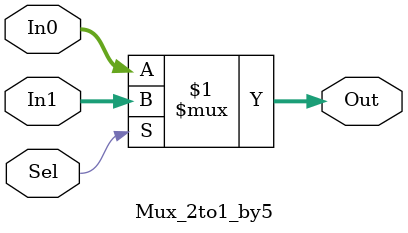
<source format=v>
`timescale 1ns / 1ps
module Mux_2to1_by5(In0, In1, Sel, Out);

     input     [4:0]     In0;
     input     [4:0]     In1;
     
     input               Sel;
     
     output    [4:0]     Out;
     
     assign Out = (Sel) ? In1 : In0;
     
     
endmodule

</source>
